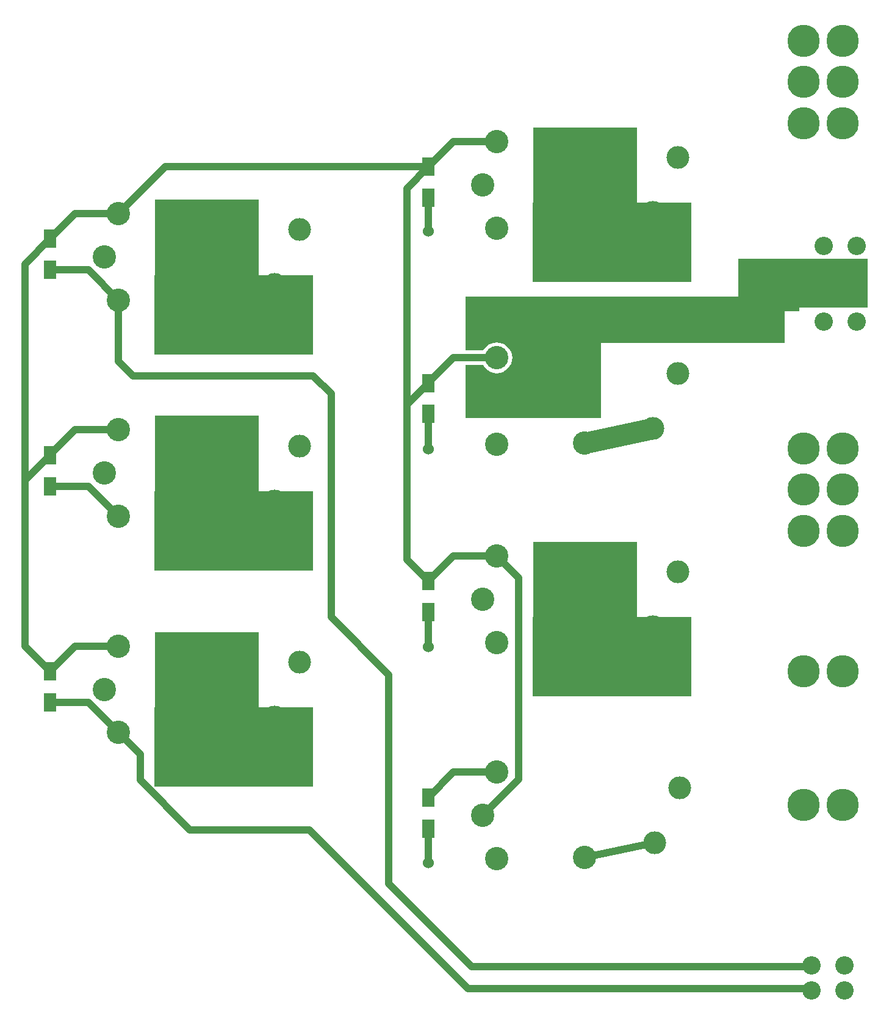
<source format=gtl>
%FSLAX44Y44*%
%MOMM*%
G71*
G01*
G75*
G04 Layer_Physical_Order=1*
G04 Layer_Color=255*
%ADD10R,1.7500X2.6500*%
%ADD11C,1.0000*%
%ADD12C,3.0000*%
%ADD13R,9.5000X6.8580*%
%ADD14R,8.5000X7.3660*%
%ADD15R,38.5000X6.5000*%
%ADD16R,14.5000X16.0000*%
%ADD17R,22.0000X11.0000*%
%ADD18R,14.5000X10.5160*%
%ADD19R,4.3180X4.3180*%
%ADD20C,4.5000*%
%ADD21C,3.1750*%
%ADD22C,3.2375*%
%ADD23C,2.5500*%
%ADD24C,1.5240*%
G36*
X1539240Y1061720D02*
X1351280D01*
Y1134777D01*
X1376385D01*
X1377297Y1133071D01*
X1379955Y1129833D01*
X1383193Y1127175D01*
X1386888Y1125200D01*
X1390897Y1123984D01*
X1395066Y1123574D01*
X1399235Y1123984D01*
X1403244Y1125200D01*
X1406939Y1127175D01*
X1410177Y1129833D01*
X1412835Y1133071D01*
X1414810Y1136766D01*
X1416026Y1140775D01*
X1416436Y1144944D01*
X1416026Y1149113D01*
X1414810Y1153122D01*
X1412835Y1156817D01*
X1410177Y1160055D01*
X1406939Y1162713D01*
X1403244Y1164688D01*
X1399235Y1165904D01*
X1395066Y1166314D01*
X1390897Y1165904D01*
X1386888Y1164688D01*
X1383193Y1162713D01*
X1379955Y1160055D01*
X1377297Y1156817D01*
X1376385Y1155111D01*
X1351280D01*
Y1230000D01*
X1539240D01*
Y1061720D01*
D02*
G37*
%LPC*%
G36*
X1393693Y1083730D02*
X1376270D01*
Y1066307D01*
X1378671Y1066544D01*
X1382201Y1067614D01*
X1385455Y1069353D01*
X1388306Y1071694D01*
X1390647Y1074545D01*
X1392386Y1077799D01*
X1393457Y1081329D01*
X1393693Y1083730D01*
D02*
G37*
G36*
X1373730D02*
X1356307D01*
X1356543Y1081329D01*
X1357614Y1077799D01*
X1359353Y1074545D01*
X1361694Y1071694D01*
X1364545Y1069353D01*
X1367799Y1067614D01*
X1371329Y1066544D01*
X1373730Y1066307D01*
Y1083730D01*
D02*
G37*
G36*
X1376270Y1103693D02*
Y1086270D01*
X1393693D01*
X1393457Y1088671D01*
X1392386Y1092201D01*
X1390647Y1095455D01*
X1388306Y1098306D01*
X1385455Y1100647D01*
X1382201Y1102386D01*
X1378671Y1103456D01*
X1376270Y1103693D01*
D02*
G37*
G36*
X1373730D02*
X1371329Y1103456D01*
X1367799Y1102386D01*
X1364545Y1100647D01*
X1361694Y1098306D01*
X1359353Y1095455D01*
X1357614Y1092201D01*
X1356543Y1088671D01*
X1356307Y1086270D01*
X1373730D01*
Y1103693D01*
D02*
G37*
%LPD*%
D10*
X1300000Y535000D02*
D03*
Y492000D02*
D03*
Y835000D02*
D03*
Y792000D02*
D03*
Y1410000D02*
D03*
Y1367000D02*
D03*
X775000Y1310000D02*
D03*
Y1267000D02*
D03*
X1300000Y1110000D02*
D03*
Y1067000D02*
D03*
X775000Y710000D02*
D03*
Y667000D02*
D03*
Y1010000D02*
D03*
Y967000D02*
D03*
D11*
X1270000Y1080000D02*
X1334944Y1144944D01*
X740000Y975000D02*
X809944Y1044944D01*
X1300000Y444020D02*
Y492000D01*
Y1367000D02*
Y1368580D01*
Y1320320D02*
Y1367000D01*
Y1018060D02*
Y1066320D01*
Y743740D02*
Y792000D01*
X775000Y1310000D02*
X809944Y1344944D01*
X740000Y1275000D02*
X740000D01*
X775000Y1310000D01*
X1355000Y270000D02*
X1831340D01*
X1611538Y1046646D02*
Y1050392D01*
X809944Y1044944D02*
X870066D01*
X809944Y744944D02*
X870066D01*
X740000Y975000D02*
Y1275000D01*
Y745000D02*
Y975000D01*
Y745000D02*
X775000Y710000D01*
X870066Y1344944D02*
X935122Y1410000D01*
X1300000D01*
X1270000Y1380000D02*
X1300000Y1410000D01*
X1270000Y1080000D02*
Y1380000D01*
Y865000D02*
Y1080000D01*
Y865000D02*
X1300000Y835000D01*
X1395066Y869944D02*
X1425000Y840010D01*
Y560000D02*
Y840010D01*
X1375000Y510000D02*
X1425000Y560000D01*
X1300000Y535000D02*
X1334944Y569944D01*
X1395066D01*
X1300000Y835000D02*
X1334944Y869944D01*
X1395066D01*
X1334944Y1144944D02*
X1395066D01*
X1300000Y1410000D02*
X1334944Y1444944D01*
X1395066D01*
X775000Y710000D02*
X809944Y744944D01*
Y1344944D02*
X870066D01*
X775000Y667000D02*
X828122D01*
X870066Y625056D01*
X775000Y1267000D02*
X828122D01*
X870066Y1225056D01*
Y1139934D02*
Y1225056D01*
Y1139934D02*
X890000Y1120000D01*
X1140000D01*
X1165000Y1095000D01*
Y785000D02*
Y1095000D01*
Y785000D02*
X1245000Y705000D01*
Y415468D02*
Y705000D01*
Y415468D02*
X1360468Y300000D01*
X1831340D01*
X969337Y490000D02*
X1135000D01*
X1355000Y270000D01*
X900000Y559337D02*
X969337Y490000D01*
X900000Y559337D02*
Y595122D01*
X870066Y625056D02*
X900000Y595122D01*
X775000Y967000D02*
X828122D01*
X870066Y925056D01*
X1516986Y451582D02*
X1613918Y472154D01*
D12*
X1516986Y1026582D02*
X1611538Y1046646D01*
D13*
X1862500Y1248410D02*
D03*
D14*
X1772500Y1245870D02*
D03*
D15*
X1602500Y1197500D02*
D03*
D16*
X1517500Y810000D02*
D03*
Y1385000D02*
D03*
X992500Y685000D02*
D03*
Y985000D02*
D03*
D17*
X1555000Y1305000D02*
D03*
Y730000D02*
D03*
X1030000Y605000D02*
D03*
Y905000D02*
D03*
Y1204840D02*
D03*
D18*
X992500Y1312420D02*
D03*
D19*
X1375410Y1085850D02*
D03*
D20*
X1820390Y905000D02*
D03*
X1875000D02*
D03*
Y962150D02*
D03*
X1820390D02*
D03*
Y1019300D02*
D03*
X1875000D02*
D03*
X1820390Y1470700D02*
D03*
X1875000D02*
D03*
Y1527850D02*
D03*
X1820390D02*
D03*
Y1585000D02*
D03*
X1875000D02*
D03*
X1820390Y710000D02*
D03*
X1875000D02*
D03*
X1820390Y525000D02*
D03*
X1875000D02*
D03*
D21*
X1613918Y472154D02*
D03*
X1648462Y548354D02*
D03*
X1646082Y847846D02*
D03*
X1611538Y771646D02*
D03*
X1646082Y1422846D02*
D03*
X1611538Y1346646D02*
D03*
X1121082Y1322846D02*
D03*
X1086538Y1246646D02*
D03*
X1646082Y1122846D02*
D03*
X1611538Y1046646D02*
D03*
X1121082Y722846D02*
D03*
X1086538Y646646D02*
D03*
X1121082Y1022846D02*
D03*
X1086538Y946646D02*
D03*
D22*
X1516986Y451582D02*
D03*
X1395066Y569944D02*
D03*
Y450056D02*
D03*
X1375000Y510000D02*
D03*
X1516986Y751582D02*
D03*
X1395066Y869944D02*
D03*
Y750056D02*
D03*
X1375000Y810000D02*
D03*
X1516986Y1326582D02*
D03*
X1395066Y1444944D02*
D03*
Y1325056D02*
D03*
X1375000Y1385000D02*
D03*
X991986Y1226582D02*
D03*
X870066Y1344944D02*
D03*
Y1225056D02*
D03*
X850000Y1285000D02*
D03*
X1516986Y1026582D02*
D03*
X1395066Y1144944D02*
D03*
Y1025056D02*
D03*
X1375000Y1085000D02*
D03*
X991986Y626582D02*
D03*
X870066Y744944D02*
D03*
Y625056D02*
D03*
X850000Y685000D02*
D03*
X991986Y926582D02*
D03*
X870066Y1044944D02*
D03*
Y925056D02*
D03*
X850000Y985000D02*
D03*
D23*
X1894200Y1195060D02*
D03*
X1848200D02*
D03*
Y1230060D02*
D03*
X1894200D02*
D03*
Y1265060D02*
D03*
X1848480Y1264910D02*
D03*
Y1300060D02*
D03*
X1894200D02*
D03*
X1831340Y267260D02*
D03*
Y302260D02*
D03*
X1877060D02*
D03*
Y267260D02*
D03*
D24*
X1300000Y1320320D02*
D03*
Y1018060D02*
D03*
Y444020D02*
D03*
Y743740D02*
D03*
M02*

</source>
